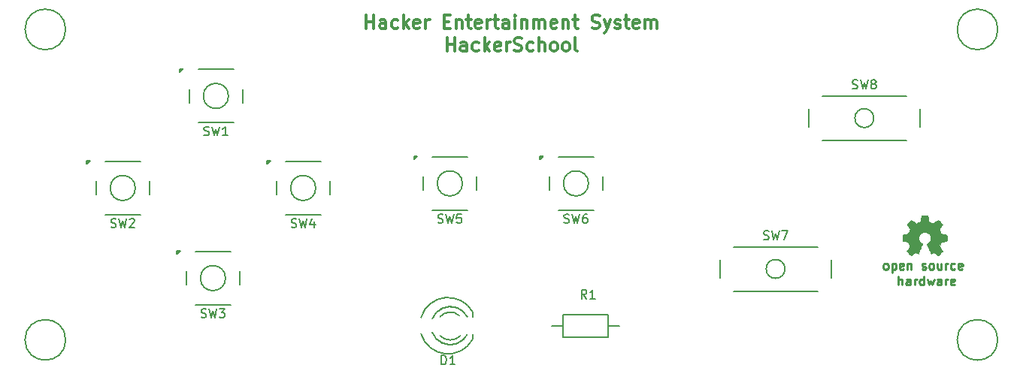
<source format=gto>
G04 #@! TF.FileFunction,Legend,Top*
%FSLAX46Y46*%
G04 Gerber Fmt 4.6, Leading zero omitted, Abs format (unit mm)*
G04 Created by KiCad (PCBNEW 4.0.4+e1-6308~48~ubuntu16.04.1-stable) date Thu Sep 15 22:11:00 2016*
%MOMM*%
%LPD*%
G01*
G04 APERTURE LIST*
%ADD10C,0.100000*%
%ADD11C,0.250000*%
%ADD12C,0.300000*%
%ADD13C,0.002540*%
%ADD14C,0.150000*%
G04 APERTURE END LIST*
D10*
D11*
X134599942Y-67065181D02*
X134504704Y-67017562D01*
X134457085Y-66969943D01*
X134409466Y-66874705D01*
X134409466Y-66588990D01*
X134457085Y-66493752D01*
X134504704Y-66446133D01*
X134599942Y-66398514D01*
X134742800Y-66398514D01*
X134838038Y-66446133D01*
X134885657Y-66493752D01*
X134933276Y-66588990D01*
X134933276Y-66874705D01*
X134885657Y-66969943D01*
X134838038Y-67017562D01*
X134742800Y-67065181D01*
X134599942Y-67065181D01*
X135361847Y-66398514D02*
X135361847Y-67398514D01*
X135361847Y-66446133D02*
X135457085Y-66398514D01*
X135647562Y-66398514D01*
X135742800Y-66446133D01*
X135790419Y-66493752D01*
X135838038Y-66588990D01*
X135838038Y-66874705D01*
X135790419Y-66969943D01*
X135742800Y-67017562D01*
X135647562Y-67065181D01*
X135457085Y-67065181D01*
X135361847Y-67017562D01*
X136647562Y-67017562D02*
X136552324Y-67065181D01*
X136361847Y-67065181D01*
X136266609Y-67017562D01*
X136218990Y-66922324D01*
X136218990Y-66541371D01*
X136266609Y-66446133D01*
X136361847Y-66398514D01*
X136552324Y-66398514D01*
X136647562Y-66446133D01*
X136695181Y-66541371D01*
X136695181Y-66636610D01*
X136218990Y-66731848D01*
X137123752Y-66398514D02*
X137123752Y-67065181D01*
X137123752Y-66493752D02*
X137171371Y-66446133D01*
X137266609Y-66398514D01*
X137409467Y-66398514D01*
X137504705Y-66446133D01*
X137552324Y-66541371D01*
X137552324Y-67065181D01*
X138742800Y-67017562D02*
X138838038Y-67065181D01*
X139028514Y-67065181D01*
X139123753Y-67017562D01*
X139171372Y-66922324D01*
X139171372Y-66874705D01*
X139123753Y-66779467D01*
X139028514Y-66731848D01*
X138885657Y-66731848D01*
X138790419Y-66684229D01*
X138742800Y-66588990D01*
X138742800Y-66541371D01*
X138790419Y-66446133D01*
X138885657Y-66398514D01*
X139028514Y-66398514D01*
X139123753Y-66446133D01*
X139742800Y-67065181D02*
X139647562Y-67017562D01*
X139599943Y-66969943D01*
X139552324Y-66874705D01*
X139552324Y-66588990D01*
X139599943Y-66493752D01*
X139647562Y-66446133D01*
X139742800Y-66398514D01*
X139885658Y-66398514D01*
X139980896Y-66446133D01*
X140028515Y-66493752D01*
X140076134Y-66588990D01*
X140076134Y-66874705D01*
X140028515Y-66969943D01*
X139980896Y-67017562D01*
X139885658Y-67065181D01*
X139742800Y-67065181D01*
X140933277Y-66398514D02*
X140933277Y-67065181D01*
X140504705Y-66398514D02*
X140504705Y-66922324D01*
X140552324Y-67017562D01*
X140647562Y-67065181D01*
X140790420Y-67065181D01*
X140885658Y-67017562D01*
X140933277Y-66969943D01*
X141409467Y-67065181D02*
X141409467Y-66398514D01*
X141409467Y-66588990D02*
X141457086Y-66493752D01*
X141504705Y-66446133D01*
X141599943Y-66398514D01*
X141695182Y-66398514D01*
X142457087Y-67017562D02*
X142361849Y-67065181D01*
X142171372Y-67065181D01*
X142076134Y-67017562D01*
X142028515Y-66969943D01*
X141980896Y-66874705D01*
X141980896Y-66588990D01*
X142028515Y-66493752D01*
X142076134Y-66446133D01*
X142171372Y-66398514D01*
X142361849Y-66398514D01*
X142457087Y-66446133D01*
X143266611Y-67017562D02*
X143171373Y-67065181D01*
X142980896Y-67065181D01*
X142885658Y-67017562D01*
X142838039Y-66922324D01*
X142838039Y-66541371D01*
X142885658Y-66446133D01*
X142980896Y-66398514D01*
X143171373Y-66398514D01*
X143266611Y-66446133D01*
X143314230Y-66541371D01*
X143314230Y-66636610D01*
X142838039Y-66731848D01*
X136099942Y-68815181D02*
X136099942Y-67815181D01*
X136528514Y-68815181D02*
X136528514Y-68291371D01*
X136480895Y-68196133D01*
X136385657Y-68148514D01*
X136242799Y-68148514D01*
X136147561Y-68196133D01*
X136099942Y-68243752D01*
X137433276Y-68815181D02*
X137433276Y-68291371D01*
X137385657Y-68196133D01*
X137290419Y-68148514D01*
X137099942Y-68148514D01*
X137004704Y-68196133D01*
X137433276Y-68767562D02*
X137338038Y-68815181D01*
X137099942Y-68815181D01*
X137004704Y-68767562D01*
X136957085Y-68672324D01*
X136957085Y-68577086D01*
X137004704Y-68481848D01*
X137099942Y-68434229D01*
X137338038Y-68434229D01*
X137433276Y-68386610D01*
X137909466Y-68815181D02*
X137909466Y-68148514D01*
X137909466Y-68338990D02*
X137957085Y-68243752D01*
X138004704Y-68196133D01*
X138099942Y-68148514D01*
X138195181Y-68148514D01*
X138957086Y-68815181D02*
X138957086Y-67815181D01*
X138957086Y-68767562D02*
X138861848Y-68815181D01*
X138671371Y-68815181D01*
X138576133Y-68767562D01*
X138528514Y-68719943D01*
X138480895Y-68624705D01*
X138480895Y-68338990D01*
X138528514Y-68243752D01*
X138576133Y-68196133D01*
X138671371Y-68148514D01*
X138861848Y-68148514D01*
X138957086Y-68196133D01*
X139338038Y-68148514D02*
X139528514Y-68815181D01*
X139718991Y-68338990D01*
X139909467Y-68815181D01*
X140099943Y-68148514D01*
X140909467Y-68815181D02*
X140909467Y-68291371D01*
X140861848Y-68196133D01*
X140766610Y-68148514D01*
X140576133Y-68148514D01*
X140480895Y-68196133D01*
X140909467Y-68767562D02*
X140814229Y-68815181D01*
X140576133Y-68815181D01*
X140480895Y-68767562D01*
X140433276Y-68672324D01*
X140433276Y-68577086D01*
X140480895Y-68481848D01*
X140576133Y-68434229D01*
X140814229Y-68434229D01*
X140909467Y-68386610D01*
X141385657Y-68815181D02*
X141385657Y-68148514D01*
X141385657Y-68338990D02*
X141433276Y-68243752D01*
X141480895Y-68196133D01*
X141576133Y-68148514D01*
X141671372Y-68148514D01*
X142385658Y-68767562D02*
X142290420Y-68815181D01*
X142099943Y-68815181D01*
X142004705Y-68767562D01*
X141957086Y-68672324D01*
X141957086Y-68291371D01*
X142004705Y-68196133D01*
X142099943Y-68148514D01*
X142290420Y-68148514D01*
X142385658Y-68196133D01*
X142433277Y-68291371D01*
X142433277Y-68386610D01*
X141957086Y-68481848D01*
D12*
X76142858Y-39903571D02*
X76142858Y-38403571D01*
X76142858Y-39117857D02*
X77000001Y-39117857D01*
X77000001Y-39903571D02*
X77000001Y-38403571D01*
X78357144Y-39903571D02*
X78357144Y-39117857D01*
X78285715Y-38975000D01*
X78142858Y-38903571D01*
X77857144Y-38903571D01*
X77714287Y-38975000D01*
X78357144Y-39832143D02*
X78214287Y-39903571D01*
X77857144Y-39903571D01*
X77714287Y-39832143D01*
X77642858Y-39689286D01*
X77642858Y-39546429D01*
X77714287Y-39403571D01*
X77857144Y-39332143D01*
X78214287Y-39332143D01*
X78357144Y-39260714D01*
X79714287Y-39832143D02*
X79571430Y-39903571D01*
X79285716Y-39903571D01*
X79142858Y-39832143D01*
X79071430Y-39760714D01*
X79000001Y-39617857D01*
X79000001Y-39189286D01*
X79071430Y-39046429D01*
X79142858Y-38975000D01*
X79285716Y-38903571D01*
X79571430Y-38903571D01*
X79714287Y-38975000D01*
X80357144Y-39903571D02*
X80357144Y-38403571D01*
X80500001Y-39332143D02*
X80928572Y-39903571D01*
X80928572Y-38903571D02*
X80357144Y-39475000D01*
X82142858Y-39832143D02*
X82000001Y-39903571D01*
X81714287Y-39903571D01*
X81571430Y-39832143D01*
X81500001Y-39689286D01*
X81500001Y-39117857D01*
X81571430Y-38975000D01*
X81714287Y-38903571D01*
X82000001Y-38903571D01*
X82142858Y-38975000D01*
X82214287Y-39117857D01*
X82214287Y-39260714D01*
X81500001Y-39403571D01*
X82857144Y-39903571D02*
X82857144Y-38903571D01*
X82857144Y-39189286D02*
X82928572Y-39046429D01*
X83000001Y-38975000D01*
X83142858Y-38903571D01*
X83285715Y-38903571D01*
X84928572Y-39117857D02*
X85428572Y-39117857D01*
X85642858Y-39903571D02*
X84928572Y-39903571D01*
X84928572Y-38403571D01*
X85642858Y-38403571D01*
X86285715Y-38903571D02*
X86285715Y-39903571D01*
X86285715Y-39046429D02*
X86357143Y-38975000D01*
X86500001Y-38903571D01*
X86714286Y-38903571D01*
X86857143Y-38975000D01*
X86928572Y-39117857D01*
X86928572Y-39903571D01*
X87428572Y-38903571D02*
X88000001Y-38903571D01*
X87642858Y-38403571D02*
X87642858Y-39689286D01*
X87714286Y-39832143D01*
X87857144Y-39903571D01*
X88000001Y-39903571D01*
X89071429Y-39832143D02*
X88928572Y-39903571D01*
X88642858Y-39903571D01*
X88500001Y-39832143D01*
X88428572Y-39689286D01*
X88428572Y-39117857D01*
X88500001Y-38975000D01*
X88642858Y-38903571D01*
X88928572Y-38903571D01*
X89071429Y-38975000D01*
X89142858Y-39117857D01*
X89142858Y-39260714D01*
X88428572Y-39403571D01*
X89785715Y-39903571D02*
X89785715Y-38903571D01*
X89785715Y-39189286D02*
X89857143Y-39046429D01*
X89928572Y-38975000D01*
X90071429Y-38903571D01*
X90214286Y-38903571D01*
X90500000Y-38903571D02*
X91071429Y-38903571D01*
X90714286Y-38403571D02*
X90714286Y-39689286D01*
X90785714Y-39832143D01*
X90928572Y-39903571D01*
X91071429Y-39903571D01*
X92214286Y-39903571D02*
X92214286Y-39117857D01*
X92142857Y-38975000D01*
X92000000Y-38903571D01*
X91714286Y-38903571D01*
X91571429Y-38975000D01*
X92214286Y-39832143D02*
X92071429Y-39903571D01*
X91714286Y-39903571D01*
X91571429Y-39832143D01*
X91500000Y-39689286D01*
X91500000Y-39546429D01*
X91571429Y-39403571D01*
X91714286Y-39332143D01*
X92071429Y-39332143D01*
X92214286Y-39260714D01*
X92928572Y-39903571D02*
X92928572Y-38903571D01*
X92928572Y-38403571D02*
X92857143Y-38475000D01*
X92928572Y-38546429D01*
X93000000Y-38475000D01*
X92928572Y-38403571D01*
X92928572Y-38546429D01*
X93642858Y-38903571D02*
X93642858Y-39903571D01*
X93642858Y-39046429D02*
X93714286Y-38975000D01*
X93857144Y-38903571D01*
X94071429Y-38903571D01*
X94214286Y-38975000D01*
X94285715Y-39117857D01*
X94285715Y-39903571D01*
X95000001Y-39903571D02*
X95000001Y-38903571D01*
X95000001Y-39046429D02*
X95071429Y-38975000D01*
X95214287Y-38903571D01*
X95428572Y-38903571D01*
X95571429Y-38975000D01*
X95642858Y-39117857D01*
X95642858Y-39903571D01*
X95642858Y-39117857D02*
X95714287Y-38975000D01*
X95857144Y-38903571D01*
X96071429Y-38903571D01*
X96214287Y-38975000D01*
X96285715Y-39117857D01*
X96285715Y-39903571D01*
X97571429Y-39832143D02*
X97428572Y-39903571D01*
X97142858Y-39903571D01*
X97000001Y-39832143D01*
X96928572Y-39689286D01*
X96928572Y-39117857D01*
X97000001Y-38975000D01*
X97142858Y-38903571D01*
X97428572Y-38903571D01*
X97571429Y-38975000D01*
X97642858Y-39117857D01*
X97642858Y-39260714D01*
X96928572Y-39403571D01*
X98285715Y-38903571D02*
X98285715Y-39903571D01*
X98285715Y-39046429D02*
X98357143Y-38975000D01*
X98500001Y-38903571D01*
X98714286Y-38903571D01*
X98857143Y-38975000D01*
X98928572Y-39117857D01*
X98928572Y-39903571D01*
X99428572Y-38903571D02*
X100000001Y-38903571D01*
X99642858Y-38403571D02*
X99642858Y-39689286D01*
X99714286Y-39832143D01*
X99857144Y-39903571D01*
X100000001Y-39903571D01*
X101571429Y-39832143D02*
X101785715Y-39903571D01*
X102142858Y-39903571D01*
X102285715Y-39832143D01*
X102357144Y-39760714D01*
X102428572Y-39617857D01*
X102428572Y-39475000D01*
X102357144Y-39332143D01*
X102285715Y-39260714D01*
X102142858Y-39189286D01*
X101857144Y-39117857D01*
X101714286Y-39046429D01*
X101642858Y-38975000D01*
X101571429Y-38832143D01*
X101571429Y-38689286D01*
X101642858Y-38546429D01*
X101714286Y-38475000D01*
X101857144Y-38403571D01*
X102214286Y-38403571D01*
X102428572Y-38475000D01*
X102928572Y-38903571D02*
X103285715Y-39903571D01*
X103642857Y-38903571D02*
X103285715Y-39903571D01*
X103142857Y-40260714D01*
X103071429Y-40332143D01*
X102928572Y-40403571D01*
X104142857Y-39832143D02*
X104285714Y-39903571D01*
X104571429Y-39903571D01*
X104714286Y-39832143D01*
X104785714Y-39689286D01*
X104785714Y-39617857D01*
X104714286Y-39475000D01*
X104571429Y-39403571D01*
X104357143Y-39403571D01*
X104214286Y-39332143D01*
X104142857Y-39189286D01*
X104142857Y-39117857D01*
X104214286Y-38975000D01*
X104357143Y-38903571D01*
X104571429Y-38903571D01*
X104714286Y-38975000D01*
X105214286Y-38903571D02*
X105785715Y-38903571D01*
X105428572Y-38403571D02*
X105428572Y-39689286D01*
X105500000Y-39832143D01*
X105642858Y-39903571D01*
X105785715Y-39903571D01*
X106857143Y-39832143D02*
X106714286Y-39903571D01*
X106428572Y-39903571D01*
X106285715Y-39832143D01*
X106214286Y-39689286D01*
X106214286Y-39117857D01*
X106285715Y-38975000D01*
X106428572Y-38903571D01*
X106714286Y-38903571D01*
X106857143Y-38975000D01*
X106928572Y-39117857D01*
X106928572Y-39260714D01*
X106214286Y-39403571D01*
X107571429Y-39903571D02*
X107571429Y-38903571D01*
X107571429Y-39046429D02*
X107642857Y-38975000D01*
X107785715Y-38903571D01*
X108000000Y-38903571D01*
X108142857Y-38975000D01*
X108214286Y-39117857D01*
X108214286Y-39903571D01*
X108214286Y-39117857D02*
X108285715Y-38975000D01*
X108428572Y-38903571D01*
X108642857Y-38903571D01*
X108785715Y-38975000D01*
X108857143Y-39117857D01*
X108857143Y-39903571D01*
X85250001Y-42453571D02*
X85250001Y-40953571D01*
X85250001Y-41667857D02*
X86107144Y-41667857D01*
X86107144Y-42453571D02*
X86107144Y-40953571D01*
X87464287Y-42453571D02*
X87464287Y-41667857D01*
X87392858Y-41525000D01*
X87250001Y-41453571D01*
X86964287Y-41453571D01*
X86821430Y-41525000D01*
X87464287Y-42382143D02*
X87321430Y-42453571D01*
X86964287Y-42453571D01*
X86821430Y-42382143D01*
X86750001Y-42239286D01*
X86750001Y-42096429D01*
X86821430Y-41953571D01*
X86964287Y-41882143D01*
X87321430Y-41882143D01*
X87464287Y-41810714D01*
X88821430Y-42382143D02*
X88678573Y-42453571D01*
X88392859Y-42453571D01*
X88250001Y-42382143D01*
X88178573Y-42310714D01*
X88107144Y-42167857D01*
X88107144Y-41739286D01*
X88178573Y-41596429D01*
X88250001Y-41525000D01*
X88392859Y-41453571D01*
X88678573Y-41453571D01*
X88821430Y-41525000D01*
X89464287Y-42453571D02*
X89464287Y-40953571D01*
X89607144Y-41882143D02*
X90035715Y-42453571D01*
X90035715Y-41453571D02*
X89464287Y-42025000D01*
X91250001Y-42382143D02*
X91107144Y-42453571D01*
X90821430Y-42453571D01*
X90678573Y-42382143D01*
X90607144Y-42239286D01*
X90607144Y-41667857D01*
X90678573Y-41525000D01*
X90821430Y-41453571D01*
X91107144Y-41453571D01*
X91250001Y-41525000D01*
X91321430Y-41667857D01*
X91321430Y-41810714D01*
X90607144Y-41953571D01*
X91964287Y-42453571D02*
X91964287Y-41453571D01*
X91964287Y-41739286D02*
X92035715Y-41596429D01*
X92107144Y-41525000D01*
X92250001Y-41453571D01*
X92392858Y-41453571D01*
X92821429Y-42382143D02*
X93035715Y-42453571D01*
X93392858Y-42453571D01*
X93535715Y-42382143D01*
X93607144Y-42310714D01*
X93678572Y-42167857D01*
X93678572Y-42025000D01*
X93607144Y-41882143D01*
X93535715Y-41810714D01*
X93392858Y-41739286D01*
X93107144Y-41667857D01*
X92964286Y-41596429D01*
X92892858Y-41525000D01*
X92821429Y-41382143D01*
X92821429Y-41239286D01*
X92892858Y-41096429D01*
X92964286Y-41025000D01*
X93107144Y-40953571D01*
X93464286Y-40953571D01*
X93678572Y-41025000D01*
X94964286Y-42382143D02*
X94821429Y-42453571D01*
X94535715Y-42453571D01*
X94392857Y-42382143D01*
X94321429Y-42310714D01*
X94250000Y-42167857D01*
X94250000Y-41739286D01*
X94321429Y-41596429D01*
X94392857Y-41525000D01*
X94535715Y-41453571D01*
X94821429Y-41453571D01*
X94964286Y-41525000D01*
X95607143Y-42453571D02*
X95607143Y-40953571D01*
X96250000Y-42453571D02*
X96250000Y-41667857D01*
X96178571Y-41525000D01*
X96035714Y-41453571D01*
X95821429Y-41453571D01*
X95678571Y-41525000D01*
X95607143Y-41596429D01*
X97178572Y-42453571D02*
X97035714Y-42382143D01*
X96964286Y-42310714D01*
X96892857Y-42167857D01*
X96892857Y-41739286D01*
X96964286Y-41596429D01*
X97035714Y-41525000D01*
X97178572Y-41453571D01*
X97392857Y-41453571D01*
X97535714Y-41525000D01*
X97607143Y-41596429D01*
X97678572Y-41739286D01*
X97678572Y-42167857D01*
X97607143Y-42310714D01*
X97535714Y-42382143D01*
X97392857Y-42453571D01*
X97178572Y-42453571D01*
X98535715Y-42453571D02*
X98392857Y-42382143D01*
X98321429Y-42310714D01*
X98250000Y-42167857D01*
X98250000Y-41739286D01*
X98321429Y-41596429D01*
X98392857Y-41525000D01*
X98535715Y-41453571D01*
X98750000Y-41453571D01*
X98892857Y-41525000D01*
X98964286Y-41596429D01*
X99035715Y-41739286D01*
X99035715Y-42167857D01*
X98964286Y-42310714D01*
X98892857Y-42382143D01*
X98750000Y-42453571D01*
X98535715Y-42453571D01*
X99892858Y-42453571D02*
X99750000Y-42382143D01*
X99678572Y-42239286D01*
X99678572Y-40953571D01*
D13*
G36*
X137525760Y-65491360D02*
X137551160Y-65476120D01*
X137609580Y-65440560D01*
X137693400Y-65384680D01*
X137792460Y-65318640D01*
X137891520Y-65252600D01*
X137972800Y-65199260D01*
X138028680Y-65161160D01*
X138054080Y-65148460D01*
X138066780Y-65153540D01*
X138112500Y-65176400D01*
X138181080Y-65211960D01*
X138221720Y-65232280D01*
X138282680Y-65257680D01*
X138315700Y-65265300D01*
X138320780Y-65255140D01*
X138343640Y-65206880D01*
X138379200Y-65125600D01*
X138424920Y-65016380D01*
X138480800Y-64889380D01*
X138536680Y-64754760D01*
X138595100Y-64615060D01*
X138650980Y-64480440D01*
X138699240Y-64361060D01*
X138739880Y-64264540D01*
X138765280Y-64195960D01*
X138775440Y-64168020D01*
X138772900Y-64160400D01*
X138739880Y-64129920D01*
X138686540Y-64089280D01*
X138567160Y-63992760D01*
X138450320Y-63847980D01*
X138379200Y-63682880D01*
X138356340Y-63497460D01*
X138376660Y-63327280D01*
X138442700Y-63164720D01*
X138557000Y-63017400D01*
X138696700Y-62908180D01*
X138859260Y-62839600D01*
X139039600Y-62816740D01*
X139212320Y-62837060D01*
X139379960Y-62903100D01*
X139527280Y-63014860D01*
X139590780Y-63085980D01*
X139677140Y-63235840D01*
X139725400Y-63393320D01*
X139730480Y-63433960D01*
X139722860Y-63609220D01*
X139672060Y-63779400D01*
X139578080Y-63929260D01*
X139448540Y-64053720D01*
X139433300Y-64063880D01*
X139374880Y-64109600D01*
X139334240Y-64140080D01*
X139303760Y-64165480D01*
X139527280Y-64703960D01*
X139562840Y-64787780D01*
X139623800Y-64935100D01*
X139677140Y-65062100D01*
X139720320Y-65163700D01*
X139750800Y-65229740D01*
X139763500Y-65257680D01*
X139763500Y-65260220D01*
X139783820Y-65262760D01*
X139824460Y-65247520D01*
X139900660Y-65211960D01*
X139948920Y-65186560D01*
X140007340Y-65158620D01*
X140032740Y-65148460D01*
X140055600Y-65161160D01*
X140108940Y-65196720D01*
X140190220Y-65250060D01*
X140286740Y-65313560D01*
X140378180Y-65377060D01*
X140462000Y-65432940D01*
X140522960Y-65471040D01*
X140553440Y-65488820D01*
X140558520Y-65488820D01*
X140583920Y-65473580D01*
X140632180Y-65432940D01*
X140705840Y-65364360D01*
X140809980Y-65260220D01*
X140825220Y-65244980D01*
X140911580Y-65158620D01*
X140980160Y-65084960D01*
X141025880Y-65034160D01*
X141043660Y-65011300D01*
X141043660Y-65011300D01*
X141028420Y-64980820D01*
X140990320Y-64919860D01*
X140934440Y-64833500D01*
X140865860Y-64734440D01*
X140688060Y-64475360D01*
X140784580Y-64231520D01*
X140815060Y-64155320D01*
X140853160Y-64066420D01*
X140881100Y-64000380D01*
X140896340Y-63972440D01*
X140921740Y-63962280D01*
X140990320Y-63947040D01*
X141086840Y-63926720D01*
X141201140Y-63906400D01*
X141312900Y-63886080D01*
X141411960Y-63865760D01*
X141483080Y-63853060D01*
X141516100Y-63845440D01*
X141523720Y-63840360D01*
X141531340Y-63825120D01*
X141533880Y-63792100D01*
X141536420Y-63731140D01*
X141538960Y-63637160D01*
X141538960Y-63497460D01*
X141538960Y-63482220D01*
X141536420Y-63352680D01*
X141533880Y-63246000D01*
X141531340Y-63179960D01*
X141526260Y-63152020D01*
X141526260Y-63152020D01*
X141495780Y-63144400D01*
X141424660Y-63129160D01*
X141325600Y-63111380D01*
X141206220Y-63088520D01*
X141198600Y-63085980D01*
X141081760Y-63063120D01*
X140982700Y-63042800D01*
X140911580Y-63027560D01*
X140883640Y-63017400D01*
X140876020Y-63009780D01*
X140853160Y-62964060D01*
X140820140Y-62890400D01*
X140779500Y-62801500D01*
X140741400Y-62707520D01*
X140708380Y-62623700D01*
X140685520Y-62562740D01*
X140677900Y-62534800D01*
X140680440Y-62532260D01*
X140698220Y-62504320D01*
X140738860Y-62443360D01*
X140794740Y-62359540D01*
X140863320Y-62257940D01*
X140868400Y-62250320D01*
X140936980Y-62151260D01*
X140992860Y-62064900D01*
X141028420Y-62006480D01*
X141043660Y-61978540D01*
X141043660Y-61976000D01*
X141020800Y-61945520D01*
X140970000Y-61889640D01*
X140896340Y-61813440D01*
X140809980Y-61724540D01*
X140782040Y-61699140D01*
X140682980Y-61602620D01*
X140616940Y-61541660D01*
X140573760Y-61508640D01*
X140553440Y-61501020D01*
X140553440Y-61501020D01*
X140522960Y-61518800D01*
X140459460Y-61559440D01*
X140375640Y-61617860D01*
X140274040Y-61686440D01*
X140266420Y-61691520D01*
X140167360Y-61760100D01*
X140083540Y-61815980D01*
X140025120Y-61856620D01*
X139997180Y-61871860D01*
X139994640Y-61871860D01*
X139954000Y-61859160D01*
X139882880Y-61833760D01*
X139793980Y-61800740D01*
X139702540Y-61762640D01*
X139618720Y-61727080D01*
X139555220Y-61699140D01*
X139524740Y-61681360D01*
X139524740Y-61681360D01*
X139514580Y-61645800D01*
X139496800Y-61569600D01*
X139476480Y-61468000D01*
X139451080Y-61346080D01*
X139448540Y-61325760D01*
X139425680Y-61206380D01*
X139407900Y-61107320D01*
X139392660Y-61038740D01*
X139385040Y-61010800D01*
X139369800Y-61008260D01*
X139311380Y-61003180D01*
X139222480Y-61000640D01*
X139113260Y-61000640D01*
X139001500Y-61000640D01*
X138892280Y-61003180D01*
X138798300Y-61005720D01*
X138729720Y-61010800D01*
X138701780Y-61015880D01*
X138701780Y-61018420D01*
X138691620Y-61056520D01*
X138673840Y-61130180D01*
X138653520Y-61234320D01*
X138630660Y-61356240D01*
X138625580Y-61379100D01*
X138602720Y-61495940D01*
X138582400Y-61595000D01*
X138569700Y-61661040D01*
X138562080Y-61688980D01*
X138549380Y-61694060D01*
X138501120Y-61714380D01*
X138422380Y-61747400D01*
X138323320Y-61788040D01*
X138094720Y-61879480D01*
X137812780Y-61688980D01*
X137787380Y-61671200D01*
X137685780Y-61602620D01*
X137604500Y-61546740D01*
X137546080Y-61508640D01*
X137523220Y-61495940D01*
X137520680Y-61495940D01*
X137492740Y-61521340D01*
X137436860Y-61574680D01*
X137360660Y-61648340D01*
X137271760Y-61734700D01*
X137208260Y-61800740D01*
X137129520Y-61879480D01*
X137081260Y-61932820D01*
X137053320Y-61965840D01*
X137045700Y-61986160D01*
X137048240Y-62001400D01*
X137066020Y-62029340D01*
X137106660Y-62090300D01*
X137165080Y-62176660D01*
X137233660Y-62275720D01*
X137289540Y-62359540D01*
X137350500Y-62453520D01*
X137388600Y-62519560D01*
X137403840Y-62552580D01*
X137398760Y-62565280D01*
X137380980Y-62621160D01*
X137345420Y-62704980D01*
X137304780Y-62804040D01*
X137205720Y-63025020D01*
X137060940Y-63052960D01*
X136972040Y-63070740D01*
X136850120Y-63093600D01*
X136730740Y-63116460D01*
X136547860Y-63152020D01*
X136540240Y-63827660D01*
X136568180Y-63840360D01*
X136596120Y-63847980D01*
X136664700Y-63863220D01*
X136761220Y-63883540D01*
X136878060Y-63903860D01*
X136974580Y-63921640D01*
X137073640Y-63941960D01*
X137144760Y-63954660D01*
X137175240Y-63962280D01*
X137185400Y-63972440D01*
X137208260Y-64020700D01*
X137243820Y-64096900D01*
X137284460Y-64188340D01*
X137322560Y-64282320D01*
X137358120Y-64371220D01*
X137380980Y-64437260D01*
X137391140Y-64470280D01*
X137378440Y-64498220D01*
X137340340Y-64556640D01*
X137287000Y-64637920D01*
X137218420Y-64736980D01*
X137152380Y-64833500D01*
X137093960Y-64917320D01*
X137055860Y-64978280D01*
X137038080Y-65006220D01*
X137048240Y-65024000D01*
X137086340Y-65072260D01*
X137160000Y-65148460D01*
X137271760Y-65257680D01*
X137289540Y-65275460D01*
X137375900Y-65359280D01*
X137449560Y-65427860D01*
X137502900Y-65473580D01*
X137525760Y-65491360D01*
X137525760Y-65491360D01*
G37*
X137525760Y-65491360D02*
X137551160Y-65476120D01*
X137609580Y-65440560D01*
X137693400Y-65384680D01*
X137792460Y-65318640D01*
X137891520Y-65252600D01*
X137972800Y-65199260D01*
X138028680Y-65161160D01*
X138054080Y-65148460D01*
X138066780Y-65153540D01*
X138112500Y-65176400D01*
X138181080Y-65211960D01*
X138221720Y-65232280D01*
X138282680Y-65257680D01*
X138315700Y-65265300D01*
X138320780Y-65255140D01*
X138343640Y-65206880D01*
X138379200Y-65125600D01*
X138424920Y-65016380D01*
X138480800Y-64889380D01*
X138536680Y-64754760D01*
X138595100Y-64615060D01*
X138650980Y-64480440D01*
X138699240Y-64361060D01*
X138739880Y-64264540D01*
X138765280Y-64195960D01*
X138775440Y-64168020D01*
X138772900Y-64160400D01*
X138739880Y-64129920D01*
X138686540Y-64089280D01*
X138567160Y-63992760D01*
X138450320Y-63847980D01*
X138379200Y-63682880D01*
X138356340Y-63497460D01*
X138376660Y-63327280D01*
X138442700Y-63164720D01*
X138557000Y-63017400D01*
X138696700Y-62908180D01*
X138859260Y-62839600D01*
X139039600Y-62816740D01*
X139212320Y-62837060D01*
X139379960Y-62903100D01*
X139527280Y-63014860D01*
X139590780Y-63085980D01*
X139677140Y-63235840D01*
X139725400Y-63393320D01*
X139730480Y-63433960D01*
X139722860Y-63609220D01*
X139672060Y-63779400D01*
X139578080Y-63929260D01*
X139448540Y-64053720D01*
X139433300Y-64063880D01*
X139374880Y-64109600D01*
X139334240Y-64140080D01*
X139303760Y-64165480D01*
X139527280Y-64703960D01*
X139562840Y-64787780D01*
X139623800Y-64935100D01*
X139677140Y-65062100D01*
X139720320Y-65163700D01*
X139750800Y-65229740D01*
X139763500Y-65257680D01*
X139763500Y-65260220D01*
X139783820Y-65262760D01*
X139824460Y-65247520D01*
X139900660Y-65211960D01*
X139948920Y-65186560D01*
X140007340Y-65158620D01*
X140032740Y-65148460D01*
X140055600Y-65161160D01*
X140108940Y-65196720D01*
X140190220Y-65250060D01*
X140286740Y-65313560D01*
X140378180Y-65377060D01*
X140462000Y-65432940D01*
X140522960Y-65471040D01*
X140553440Y-65488820D01*
X140558520Y-65488820D01*
X140583920Y-65473580D01*
X140632180Y-65432940D01*
X140705840Y-65364360D01*
X140809980Y-65260220D01*
X140825220Y-65244980D01*
X140911580Y-65158620D01*
X140980160Y-65084960D01*
X141025880Y-65034160D01*
X141043660Y-65011300D01*
X141043660Y-65011300D01*
X141028420Y-64980820D01*
X140990320Y-64919860D01*
X140934440Y-64833500D01*
X140865860Y-64734440D01*
X140688060Y-64475360D01*
X140784580Y-64231520D01*
X140815060Y-64155320D01*
X140853160Y-64066420D01*
X140881100Y-64000380D01*
X140896340Y-63972440D01*
X140921740Y-63962280D01*
X140990320Y-63947040D01*
X141086840Y-63926720D01*
X141201140Y-63906400D01*
X141312900Y-63886080D01*
X141411960Y-63865760D01*
X141483080Y-63853060D01*
X141516100Y-63845440D01*
X141523720Y-63840360D01*
X141531340Y-63825120D01*
X141533880Y-63792100D01*
X141536420Y-63731140D01*
X141538960Y-63637160D01*
X141538960Y-63497460D01*
X141538960Y-63482220D01*
X141536420Y-63352680D01*
X141533880Y-63246000D01*
X141531340Y-63179960D01*
X141526260Y-63152020D01*
X141526260Y-63152020D01*
X141495780Y-63144400D01*
X141424660Y-63129160D01*
X141325600Y-63111380D01*
X141206220Y-63088520D01*
X141198600Y-63085980D01*
X141081760Y-63063120D01*
X140982700Y-63042800D01*
X140911580Y-63027560D01*
X140883640Y-63017400D01*
X140876020Y-63009780D01*
X140853160Y-62964060D01*
X140820140Y-62890400D01*
X140779500Y-62801500D01*
X140741400Y-62707520D01*
X140708380Y-62623700D01*
X140685520Y-62562740D01*
X140677900Y-62534800D01*
X140680440Y-62532260D01*
X140698220Y-62504320D01*
X140738860Y-62443360D01*
X140794740Y-62359540D01*
X140863320Y-62257940D01*
X140868400Y-62250320D01*
X140936980Y-62151260D01*
X140992860Y-62064900D01*
X141028420Y-62006480D01*
X141043660Y-61978540D01*
X141043660Y-61976000D01*
X141020800Y-61945520D01*
X140970000Y-61889640D01*
X140896340Y-61813440D01*
X140809980Y-61724540D01*
X140782040Y-61699140D01*
X140682980Y-61602620D01*
X140616940Y-61541660D01*
X140573760Y-61508640D01*
X140553440Y-61501020D01*
X140553440Y-61501020D01*
X140522960Y-61518800D01*
X140459460Y-61559440D01*
X140375640Y-61617860D01*
X140274040Y-61686440D01*
X140266420Y-61691520D01*
X140167360Y-61760100D01*
X140083540Y-61815980D01*
X140025120Y-61856620D01*
X139997180Y-61871860D01*
X139994640Y-61871860D01*
X139954000Y-61859160D01*
X139882880Y-61833760D01*
X139793980Y-61800740D01*
X139702540Y-61762640D01*
X139618720Y-61727080D01*
X139555220Y-61699140D01*
X139524740Y-61681360D01*
X139524740Y-61681360D01*
X139514580Y-61645800D01*
X139496800Y-61569600D01*
X139476480Y-61468000D01*
X139451080Y-61346080D01*
X139448540Y-61325760D01*
X139425680Y-61206380D01*
X139407900Y-61107320D01*
X139392660Y-61038740D01*
X139385040Y-61010800D01*
X139369800Y-61008260D01*
X139311380Y-61003180D01*
X139222480Y-61000640D01*
X139113260Y-61000640D01*
X139001500Y-61000640D01*
X138892280Y-61003180D01*
X138798300Y-61005720D01*
X138729720Y-61010800D01*
X138701780Y-61015880D01*
X138701780Y-61018420D01*
X138691620Y-61056520D01*
X138673840Y-61130180D01*
X138653520Y-61234320D01*
X138630660Y-61356240D01*
X138625580Y-61379100D01*
X138602720Y-61495940D01*
X138582400Y-61595000D01*
X138569700Y-61661040D01*
X138562080Y-61688980D01*
X138549380Y-61694060D01*
X138501120Y-61714380D01*
X138422380Y-61747400D01*
X138323320Y-61788040D01*
X138094720Y-61879480D01*
X137812780Y-61688980D01*
X137787380Y-61671200D01*
X137685780Y-61602620D01*
X137604500Y-61546740D01*
X137546080Y-61508640D01*
X137523220Y-61495940D01*
X137520680Y-61495940D01*
X137492740Y-61521340D01*
X137436860Y-61574680D01*
X137360660Y-61648340D01*
X137271760Y-61734700D01*
X137208260Y-61800740D01*
X137129520Y-61879480D01*
X137081260Y-61932820D01*
X137053320Y-61965840D01*
X137045700Y-61986160D01*
X137048240Y-62001400D01*
X137066020Y-62029340D01*
X137106660Y-62090300D01*
X137165080Y-62176660D01*
X137233660Y-62275720D01*
X137289540Y-62359540D01*
X137350500Y-62453520D01*
X137388600Y-62519560D01*
X137403840Y-62552580D01*
X137398760Y-62565280D01*
X137380980Y-62621160D01*
X137345420Y-62704980D01*
X137304780Y-62804040D01*
X137205720Y-63025020D01*
X137060940Y-63052960D01*
X136972040Y-63070740D01*
X136850120Y-63093600D01*
X136730740Y-63116460D01*
X136547860Y-63152020D01*
X136540240Y-63827660D01*
X136568180Y-63840360D01*
X136596120Y-63847980D01*
X136664700Y-63863220D01*
X136761220Y-63883540D01*
X136878060Y-63903860D01*
X136974580Y-63921640D01*
X137073640Y-63941960D01*
X137144760Y-63954660D01*
X137175240Y-63962280D01*
X137185400Y-63972440D01*
X137208260Y-64020700D01*
X137243820Y-64096900D01*
X137284460Y-64188340D01*
X137322560Y-64282320D01*
X137358120Y-64371220D01*
X137380980Y-64437260D01*
X137391140Y-64470280D01*
X137378440Y-64498220D01*
X137340340Y-64556640D01*
X137287000Y-64637920D01*
X137218420Y-64736980D01*
X137152380Y-64833500D01*
X137093960Y-64917320D01*
X137055860Y-64978280D01*
X137038080Y-65006220D01*
X137048240Y-65024000D01*
X137086340Y-65072260D01*
X137160000Y-65148460D01*
X137271760Y-65257680D01*
X137289540Y-65275460D01*
X137375900Y-65359280D01*
X137449560Y-65427860D01*
X137502900Y-65473580D01*
X137525760Y-65491360D01*
D14*
X82316612Y-72492075D02*
G75*
G02X88154000Y-71890000I3043388J-907925D01*
G01*
X82316612Y-74307925D02*
G75*
G03X88154000Y-74910000I3043388J907925D01*
G01*
X86757000Y-74543000D02*
G75*
G02X84471000Y-74543000I-1143000J1143000D01*
G01*
X84471000Y-72384000D02*
G75*
G02X86630000Y-72257000I1143000J-1016000D01*
G01*
X84598000Y-71495000D02*
G75*
G02X87519000Y-72384000I1016000J-1905000D01*
G01*
X83582000Y-72638000D02*
G75*
G02X86376000Y-71368000I2032000J-762000D01*
G01*
X86376000Y-75432000D02*
G75*
G02X83582000Y-74162000I-762000J2032000D01*
G01*
X87519000Y-74416000D02*
G75*
G02X84598000Y-75305000I-1905000J1016000D01*
G01*
X84090000Y-71876000D02*
G75*
G02X87138000Y-71876000I1524000J-1524000D01*
G01*
X87138000Y-74924000D02*
G75*
G02X84090000Y-74924000I-1524000J1524000D01*
G01*
X88154000Y-72400000D02*
X88154000Y-71890000D01*
X88154000Y-74910000D02*
X88154000Y-74400000D01*
X98340000Y-72130000D02*
X103420000Y-72130000D01*
X103420000Y-72130000D02*
X103420000Y-74670000D01*
X103420000Y-74670000D02*
X98340000Y-74670000D01*
X98340000Y-74670000D02*
X98340000Y-72130000D01*
X98340000Y-73400000D02*
X97070000Y-73400000D01*
X103420000Y-73400000D02*
X104690000Y-73400000D01*
X55260000Y-44500000D02*
X55260000Y-44600000D01*
X55160000Y-44450000D02*
X55510000Y-44450000D01*
X55510000Y-44450000D02*
G75*
G03X55160000Y-44800000I700000J-1050000D01*
G01*
X55160000Y-44450000D02*
X55160000Y-44800000D01*
X60624214Y-47500000D02*
G75*
G03X60624214Y-47500000I-1414214J0D01*
G01*
X57210000Y-50500000D02*
X61210000Y-50500000D01*
X57210000Y-44500000D02*
X61210000Y-44500000D01*
X56210000Y-48250000D02*
X56210000Y-46750000D01*
X62210000Y-46750000D02*
X62210000Y-48250000D01*
D10*
X56210000Y-47500000D02*
X56210000Y-47500000D01*
X61210000Y-50500000D02*
X57210000Y-50500000D01*
X61210000Y-44500000D02*
X57210000Y-44500000D01*
X62210000Y-47500000D02*
X62210000Y-47500000D01*
X60624214Y-47500000D02*
G75*
G03X60624214Y-47500000I-1414214J0D01*
G01*
D14*
X44770000Y-54880000D02*
X44770000Y-54980000D01*
X44670000Y-54830000D02*
X45020000Y-54830000D01*
X45020000Y-54830000D02*
G75*
G03X44670000Y-55180000I700000J-1050000D01*
G01*
X44670000Y-54830000D02*
X44670000Y-55180000D01*
X50134214Y-57880000D02*
G75*
G03X50134214Y-57880000I-1414214J0D01*
G01*
X46720000Y-60880000D02*
X50720000Y-60880000D01*
X46720000Y-54880000D02*
X50720000Y-54880000D01*
X45720000Y-58630000D02*
X45720000Y-57130000D01*
X51720000Y-57130000D02*
X51720000Y-58630000D01*
D10*
X45720000Y-57880000D02*
X45720000Y-57880000D01*
X50720000Y-60880000D02*
X46720000Y-60880000D01*
X50720000Y-54880000D02*
X46720000Y-54880000D01*
X51720000Y-57880000D02*
X51720000Y-57880000D01*
X50134214Y-57880000D02*
G75*
G03X50134214Y-57880000I-1414214J0D01*
G01*
D14*
X54930000Y-65040000D02*
X54930000Y-65140000D01*
X54830000Y-64990000D02*
X55180000Y-64990000D01*
X55180000Y-64990000D02*
G75*
G03X54830000Y-65340000I700000J-1050000D01*
G01*
X54830000Y-64990000D02*
X54830000Y-65340000D01*
X60294214Y-68040000D02*
G75*
G03X60294214Y-68040000I-1414214J0D01*
G01*
X56880000Y-71040000D02*
X60880000Y-71040000D01*
X56880000Y-65040000D02*
X60880000Y-65040000D01*
X55880000Y-68790000D02*
X55880000Y-67290000D01*
X61880000Y-67290000D02*
X61880000Y-68790000D01*
D10*
X55880000Y-68040000D02*
X55880000Y-68040000D01*
X60880000Y-71040000D02*
X56880000Y-71040000D01*
X60880000Y-65040000D02*
X56880000Y-65040000D01*
X61880000Y-68040000D02*
X61880000Y-68040000D01*
X60294214Y-68040000D02*
G75*
G03X60294214Y-68040000I-1414214J0D01*
G01*
D14*
X65090000Y-54880000D02*
X65090000Y-54980000D01*
X64990000Y-54830000D02*
X65340000Y-54830000D01*
X65340000Y-54830000D02*
G75*
G03X64990000Y-55180000I700000J-1050000D01*
G01*
X64990000Y-54830000D02*
X64990000Y-55180000D01*
X70454214Y-57880000D02*
G75*
G03X70454214Y-57880000I-1414214J0D01*
G01*
X67040000Y-60880000D02*
X71040000Y-60880000D01*
X67040000Y-54880000D02*
X71040000Y-54880000D01*
X66040000Y-58630000D02*
X66040000Y-57130000D01*
X72040000Y-57130000D02*
X72040000Y-58630000D01*
D10*
X66040000Y-57880000D02*
X66040000Y-57880000D01*
X71040000Y-60880000D02*
X67040000Y-60880000D01*
X71040000Y-54880000D02*
X67040000Y-54880000D01*
X72040000Y-57880000D02*
X72040000Y-57880000D01*
X70454214Y-57880000D02*
G75*
G03X70454214Y-57880000I-1414214J0D01*
G01*
D14*
X81615100Y-54363700D02*
X81615100Y-54463700D01*
X81515100Y-54313700D02*
X81865100Y-54313700D01*
X81865100Y-54313700D02*
G75*
G03X81515100Y-54663700I700000J-1050000D01*
G01*
X81515100Y-54313700D02*
X81515100Y-54663700D01*
X86979314Y-57363700D02*
G75*
G03X86979314Y-57363700I-1414214J0D01*
G01*
X83565100Y-60363700D02*
X87565100Y-60363700D01*
X83565100Y-54363700D02*
X87565100Y-54363700D01*
X82565100Y-58113700D02*
X82565100Y-56613700D01*
X88565100Y-56613700D02*
X88565100Y-58113700D01*
D10*
X82565100Y-57363700D02*
X82565100Y-57363700D01*
X87565100Y-60363700D02*
X83565100Y-60363700D01*
X87565100Y-54363700D02*
X83565100Y-54363700D01*
X88565100Y-57363700D02*
X88565100Y-57363700D01*
X86979314Y-57363700D02*
G75*
G03X86979314Y-57363700I-1414214J0D01*
G01*
D14*
X95815100Y-54363700D02*
X95815100Y-54463700D01*
X95715100Y-54313700D02*
X96065100Y-54313700D01*
X96065100Y-54313700D02*
G75*
G03X95715100Y-54663700I700000J-1050000D01*
G01*
X95715100Y-54313700D02*
X95715100Y-54663700D01*
X101179314Y-57363700D02*
G75*
G03X101179314Y-57363700I-1414214J0D01*
G01*
X97765100Y-60363700D02*
X101765100Y-60363700D01*
X97765100Y-54363700D02*
X101765100Y-54363700D01*
X96765100Y-58113700D02*
X96765100Y-56613700D01*
X102765100Y-56613700D02*
X102765100Y-58113700D01*
D10*
X96765100Y-57363700D02*
X96765100Y-57363700D01*
X101765100Y-60363700D02*
X97765100Y-60363700D01*
X101765100Y-54363700D02*
X97765100Y-54363700D01*
X102765100Y-57363700D02*
X102765100Y-57363700D01*
X101179314Y-57363700D02*
G75*
G03X101179314Y-57363700I-1414214J0D01*
G01*
D14*
X123310660Y-67000000D02*
G75*
G03X123310660Y-67000000I-1060660J0D01*
G01*
X128500000Y-66000000D02*
X128500000Y-68000000D01*
X117500000Y-64500000D02*
X127000000Y-64500000D01*
X116000000Y-68000000D02*
X116000000Y-66000000D01*
X127000000Y-69500000D02*
X117500000Y-69500000D01*
X133310660Y-50000000D02*
G75*
G03X133310660Y-50000000I-1060660J0D01*
G01*
X138500000Y-49000000D02*
X138500000Y-51000000D01*
X127500000Y-47500000D02*
X137000000Y-47500000D01*
X126000000Y-51000000D02*
X126000000Y-49000000D01*
X137000000Y-52500000D02*
X127500000Y-52500000D01*
X42286000Y-40000000D02*
G75*
G03X42286000Y-40000000I-2286000J0D01*
G01*
X42286000Y-75000000D02*
G75*
G03X42286000Y-75000000I-2286000J0D01*
G01*
X147286000Y-75000000D02*
G75*
G03X147286000Y-75000000I-2286000J0D01*
G01*
X147286000Y-40000000D02*
G75*
G03X147286000Y-40000000I-2286000J0D01*
G01*
X84616825Y-77769061D02*
X84616825Y-76769061D01*
X84854920Y-76769061D01*
X84997778Y-76816680D01*
X85093016Y-76911918D01*
X85140635Y-77007156D01*
X85188254Y-77197632D01*
X85188254Y-77340490D01*
X85140635Y-77530966D01*
X85093016Y-77626204D01*
X84997778Y-77721442D01*
X84854920Y-77769061D01*
X84616825Y-77769061D01*
X86140635Y-77769061D02*
X85569206Y-77769061D01*
X85854920Y-77769061D02*
X85854920Y-76769061D01*
X85759682Y-76911918D01*
X85664444Y-77007156D01*
X85569206Y-77054775D01*
X100962254Y-70352261D02*
X100628920Y-69876070D01*
X100390825Y-70352261D02*
X100390825Y-69352261D01*
X100771778Y-69352261D01*
X100867016Y-69399880D01*
X100914635Y-69447499D01*
X100962254Y-69542737D01*
X100962254Y-69685594D01*
X100914635Y-69780832D01*
X100867016Y-69828451D01*
X100771778Y-69876070D01*
X100390825Y-69876070D01*
X101914635Y-70352261D02*
X101343206Y-70352261D01*
X101628920Y-70352261D02*
X101628920Y-69352261D01*
X101533682Y-69495118D01*
X101438444Y-69590356D01*
X101343206Y-69637975D01*
X57876667Y-51904762D02*
X58019524Y-51952381D01*
X58257620Y-51952381D01*
X58352858Y-51904762D01*
X58400477Y-51857143D01*
X58448096Y-51761905D01*
X58448096Y-51666667D01*
X58400477Y-51571429D01*
X58352858Y-51523810D01*
X58257620Y-51476190D01*
X58067143Y-51428571D01*
X57971905Y-51380952D01*
X57924286Y-51333333D01*
X57876667Y-51238095D01*
X57876667Y-51142857D01*
X57924286Y-51047619D01*
X57971905Y-51000000D01*
X58067143Y-50952381D01*
X58305239Y-50952381D01*
X58448096Y-51000000D01*
X58781429Y-50952381D02*
X59019524Y-51952381D01*
X59210001Y-51238095D01*
X59400477Y-51952381D01*
X59638572Y-50952381D01*
X60543334Y-51952381D02*
X59971905Y-51952381D01*
X60257619Y-51952381D02*
X60257619Y-50952381D01*
X60162381Y-51095238D01*
X60067143Y-51190476D01*
X59971905Y-51238095D01*
X47386667Y-62284762D02*
X47529524Y-62332381D01*
X47767620Y-62332381D01*
X47862858Y-62284762D01*
X47910477Y-62237143D01*
X47958096Y-62141905D01*
X47958096Y-62046667D01*
X47910477Y-61951429D01*
X47862858Y-61903810D01*
X47767620Y-61856190D01*
X47577143Y-61808571D01*
X47481905Y-61760952D01*
X47434286Y-61713333D01*
X47386667Y-61618095D01*
X47386667Y-61522857D01*
X47434286Y-61427619D01*
X47481905Y-61380000D01*
X47577143Y-61332381D01*
X47815239Y-61332381D01*
X47958096Y-61380000D01*
X48291429Y-61332381D02*
X48529524Y-62332381D01*
X48720001Y-61618095D01*
X48910477Y-62332381D01*
X49148572Y-61332381D01*
X49481905Y-61427619D02*
X49529524Y-61380000D01*
X49624762Y-61332381D01*
X49862858Y-61332381D01*
X49958096Y-61380000D01*
X50005715Y-61427619D01*
X50053334Y-61522857D01*
X50053334Y-61618095D01*
X50005715Y-61760952D01*
X49434286Y-62332381D01*
X50053334Y-62332381D01*
X57546667Y-72444762D02*
X57689524Y-72492381D01*
X57927620Y-72492381D01*
X58022858Y-72444762D01*
X58070477Y-72397143D01*
X58118096Y-72301905D01*
X58118096Y-72206667D01*
X58070477Y-72111429D01*
X58022858Y-72063810D01*
X57927620Y-72016190D01*
X57737143Y-71968571D01*
X57641905Y-71920952D01*
X57594286Y-71873333D01*
X57546667Y-71778095D01*
X57546667Y-71682857D01*
X57594286Y-71587619D01*
X57641905Y-71540000D01*
X57737143Y-71492381D01*
X57975239Y-71492381D01*
X58118096Y-71540000D01*
X58451429Y-71492381D02*
X58689524Y-72492381D01*
X58880001Y-71778095D01*
X59070477Y-72492381D01*
X59308572Y-71492381D01*
X59594286Y-71492381D02*
X60213334Y-71492381D01*
X59880000Y-71873333D01*
X60022858Y-71873333D01*
X60118096Y-71920952D01*
X60165715Y-71968571D01*
X60213334Y-72063810D01*
X60213334Y-72301905D01*
X60165715Y-72397143D01*
X60118096Y-72444762D01*
X60022858Y-72492381D01*
X59737143Y-72492381D01*
X59641905Y-72444762D01*
X59594286Y-72397143D01*
X67706667Y-62284762D02*
X67849524Y-62332381D01*
X68087620Y-62332381D01*
X68182858Y-62284762D01*
X68230477Y-62237143D01*
X68278096Y-62141905D01*
X68278096Y-62046667D01*
X68230477Y-61951429D01*
X68182858Y-61903810D01*
X68087620Y-61856190D01*
X67897143Y-61808571D01*
X67801905Y-61760952D01*
X67754286Y-61713333D01*
X67706667Y-61618095D01*
X67706667Y-61522857D01*
X67754286Y-61427619D01*
X67801905Y-61380000D01*
X67897143Y-61332381D01*
X68135239Y-61332381D01*
X68278096Y-61380000D01*
X68611429Y-61332381D02*
X68849524Y-62332381D01*
X69040001Y-61618095D01*
X69230477Y-62332381D01*
X69468572Y-61332381D01*
X70278096Y-61665714D02*
X70278096Y-62332381D01*
X70040000Y-61284762D02*
X69801905Y-61999048D01*
X70420953Y-61999048D01*
X84231767Y-61768462D02*
X84374624Y-61816081D01*
X84612720Y-61816081D01*
X84707958Y-61768462D01*
X84755577Y-61720843D01*
X84803196Y-61625605D01*
X84803196Y-61530367D01*
X84755577Y-61435129D01*
X84707958Y-61387510D01*
X84612720Y-61339890D01*
X84422243Y-61292271D01*
X84327005Y-61244652D01*
X84279386Y-61197033D01*
X84231767Y-61101795D01*
X84231767Y-61006557D01*
X84279386Y-60911319D01*
X84327005Y-60863700D01*
X84422243Y-60816081D01*
X84660339Y-60816081D01*
X84803196Y-60863700D01*
X85136529Y-60816081D02*
X85374624Y-61816081D01*
X85565101Y-61101795D01*
X85755577Y-61816081D01*
X85993672Y-60816081D01*
X86850815Y-60816081D02*
X86374624Y-60816081D01*
X86327005Y-61292271D01*
X86374624Y-61244652D01*
X86469862Y-61197033D01*
X86707958Y-61197033D01*
X86803196Y-61244652D01*
X86850815Y-61292271D01*
X86898434Y-61387510D01*
X86898434Y-61625605D01*
X86850815Y-61720843D01*
X86803196Y-61768462D01*
X86707958Y-61816081D01*
X86469862Y-61816081D01*
X86374624Y-61768462D01*
X86327005Y-61720843D01*
X98431767Y-61768462D02*
X98574624Y-61816081D01*
X98812720Y-61816081D01*
X98907958Y-61768462D01*
X98955577Y-61720843D01*
X99003196Y-61625605D01*
X99003196Y-61530367D01*
X98955577Y-61435129D01*
X98907958Y-61387510D01*
X98812720Y-61339890D01*
X98622243Y-61292271D01*
X98527005Y-61244652D01*
X98479386Y-61197033D01*
X98431767Y-61101795D01*
X98431767Y-61006557D01*
X98479386Y-60911319D01*
X98527005Y-60863700D01*
X98622243Y-60816081D01*
X98860339Y-60816081D01*
X99003196Y-60863700D01*
X99336529Y-60816081D02*
X99574624Y-61816081D01*
X99765101Y-61101795D01*
X99955577Y-61816081D01*
X100193672Y-60816081D01*
X101003196Y-60816081D02*
X100812719Y-60816081D01*
X100717481Y-60863700D01*
X100669862Y-60911319D01*
X100574624Y-61054176D01*
X100527005Y-61244652D01*
X100527005Y-61625605D01*
X100574624Y-61720843D01*
X100622243Y-61768462D01*
X100717481Y-61816081D01*
X100907958Y-61816081D01*
X101003196Y-61768462D01*
X101050815Y-61720843D01*
X101098434Y-61625605D01*
X101098434Y-61387510D01*
X101050815Y-61292271D01*
X101003196Y-61244652D01*
X100907958Y-61197033D01*
X100717481Y-61197033D01*
X100622243Y-61244652D01*
X100574624Y-61292271D01*
X100527005Y-61387510D01*
X120916667Y-63654762D02*
X121059524Y-63702381D01*
X121297620Y-63702381D01*
X121392858Y-63654762D01*
X121440477Y-63607143D01*
X121488096Y-63511905D01*
X121488096Y-63416667D01*
X121440477Y-63321429D01*
X121392858Y-63273810D01*
X121297620Y-63226190D01*
X121107143Y-63178571D01*
X121011905Y-63130952D01*
X120964286Y-63083333D01*
X120916667Y-62988095D01*
X120916667Y-62892857D01*
X120964286Y-62797619D01*
X121011905Y-62750000D01*
X121107143Y-62702381D01*
X121345239Y-62702381D01*
X121488096Y-62750000D01*
X121821429Y-62702381D02*
X122059524Y-63702381D01*
X122250001Y-62988095D01*
X122440477Y-63702381D01*
X122678572Y-62702381D01*
X122964286Y-62702381D02*
X123630953Y-62702381D01*
X123202381Y-63702381D01*
X130916667Y-46654762D02*
X131059524Y-46702381D01*
X131297620Y-46702381D01*
X131392858Y-46654762D01*
X131440477Y-46607143D01*
X131488096Y-46511905D01*
X131488096Y-46416667D01*
X131440477Y-46321429D01*
X131392858Y-46273810D01*
X131297620Y-46226190D01*
X131107143Y-46178571D01*
X131011905Y-46130952D01*
X130964286Y-46083333D01*
X130916667Y-45988095D01*
X130916667Y-45892857D01*
X130964286Y-45797619D01*
X131011905Y-45750000D01*
X131107143Y-45702381D01*
X131345239Y-45702381D01*
X131488096Y-45750000D01*
X131821429Y-45702381D02*
X132059524Y-46702381D01*
X132250001Y-45988095D01*
X132440477Y-46702381D01*
X132678572Y-45702381D01*
X133202381Y-46130952D02*
X133107143Y-46083333D01*
X133059524Y-46035714D01*
X133011905Y-45940476D01*
X133011905Y-45892857D01*
X133059524Y-45797619D01*
X133107143Y-45750000D01*
X133202381Y-45702381D01*
X133392858Y-45702381D01*
X133488096Y-45750000D01*
X133535715Y-45797619D01*
X133583334Y-45892857D01*
X133583334Y-45940476D01*
X133535715Y-46035714D01*
X133488096Y-46083333D01*
X133392858Y-46130952D01*
X133202381Y-46130952D01*
X133107143Y-46178571D01*
X133059524Y-46226190D01*
X133011905Y-46321429D01*
X133011905Y-46511905D01*
X133059524Y-46607143D01*
X133107143Y-46654762D01*
X133202381Y-46702381D01*
X133392858Y-46702381D01*
X133488096Y-46654762D01*
X133535715Y-46607143D01*
X133583334Y-46511905D01*
X133583334Y-46321429D01*
X133535715Y-46226190D01*
X133488096Y-46178571D01*
X133392858Y-46130952D01*
M02*

</source>
